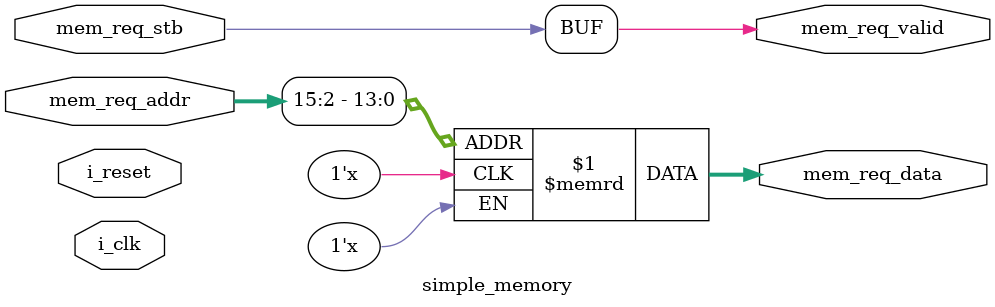
<source format=sv>
module simple_memory(
    input wire i_clk, i_reset,

    // memory interface
    input wire [31:0] mem_req_addr,
    input wire mem_req_stb,
    output wire [31:0] mem_req_data,
    output wire mem_req_valid
);

    parameter IMEMADDRBITS=16;
    parameter IMEMWORDBITS=2;
    parameter IMEMWORDS=(1 << (IMEMADDRBITS-IMEMWORDBITS));

    // (* ram_init_file = IDMEMINITFILE *)
    reg [31:0] memory [IMEMWORDS-1:0];

    assign mem_req_data = memory[mem_req_addr[IMEMADDRBITS-1:IMEMWORDBITS]];
    assign mem_req_valid = mem_req_stb;

endmodule: simple_memory
</source>
